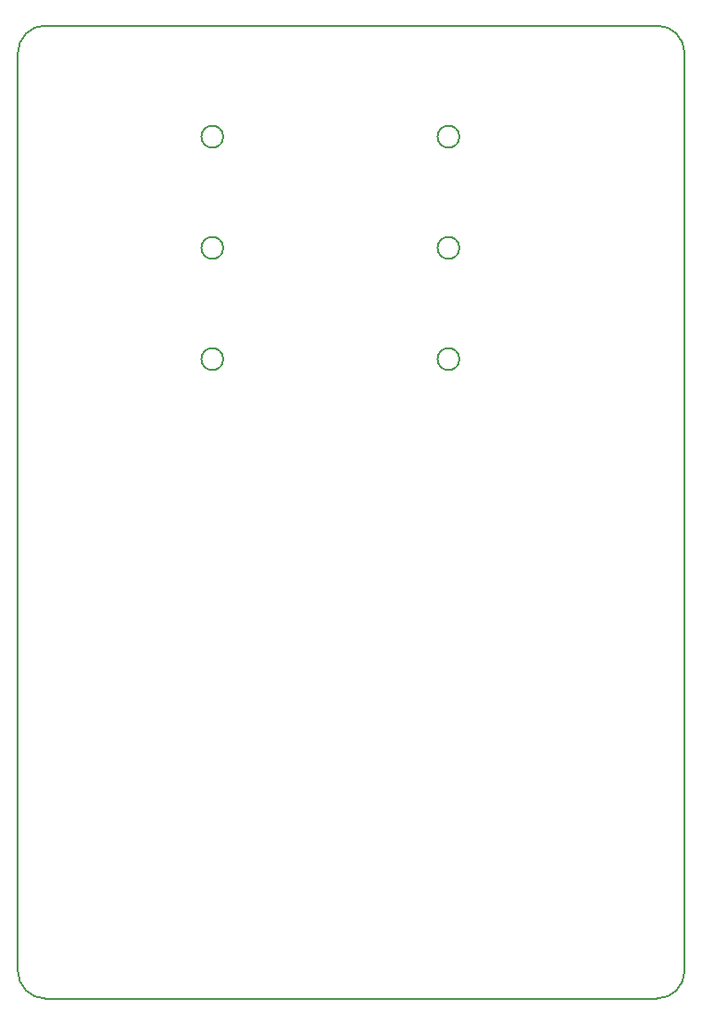
<source format=gbr>
%TF.GenerationSoftware,KiCad,Pcbnew,(6.0.7)*%
%TF.CreationDate,2023-03-08T10:43:33-05:00*%
%TF.ProjectId,CoreIO,436f7265-494f-42e6-9b69-6361645f7063,rev?*%
%TF.SameCoordinates,Original*%
%TF.FileFunction,Profile,NP*%
%FSLAX46Y46*%
G04 Gerber Fmt 4.6, Leading zero omitted, Abs format (unit mm)*
G04 Created by KiCad (PCBNEW (6.0.7)) date 2023-03-08 10:43:33*
%MOMM*%
%LPD*%
G01*
G04 APERTURE LIST*
%TA.AperFunction,Profile*%
%ADD10C,0.200000*%
%TD*%
G04 APERTURE END LIST*
D10*
X157753940Y-70876705D02*
G75*
G03*
X157753940Y-70876705I-1000000J0D01*
G01*
X136163940Y-70876705D02*
G75*
G03*
X136163940Y-70876705I-1000000J0D01*
G01*
X119923940Y-139456705D02*
X175803940Y-139456705D01*
X117383940Y-53096705D02*
X117383940Y-136916705D01*
X136163940Y-81036705D02*
G75*
G03*
X136163940Y-81036705I-1000000J0D01*
G01*
X175803940Y-50556705D02*
X119923940Y-50556705D01*
X178343940Y-136916705D02*
X178343940Y-53096705D01*
X136163940Y-60716705D02*
G75*
G03*
X136163940Y-60716705I-1000000J0D01*
G01*
X178343895Y-53096705D02*
G75*
G03*
X175803940Y-50556705I-2539995J5D01*
G01*
X157753940Y-60716705D02*
G75*
G03*
X157753940Y-60716705I-1000000J0D01*
G01*
X175803940Y-139456740D02*
G75*
G03*
X178343940Y-136916705I-40J2540040D01*
G01*
X119923940Y-50556740D02*
G75*
G03*
X117383940Y-53096705I-40J-2539960D01*
G01*
X157753940Y-81036705D02*
G75*
G03*
X157753940Y-81036705I-1000000J0D01*
G01*
X117383895Y-136916705D02*
G75*
G03*
X119923940Y-139456705I2540005J5D01*
G01*
M02*

</source>
